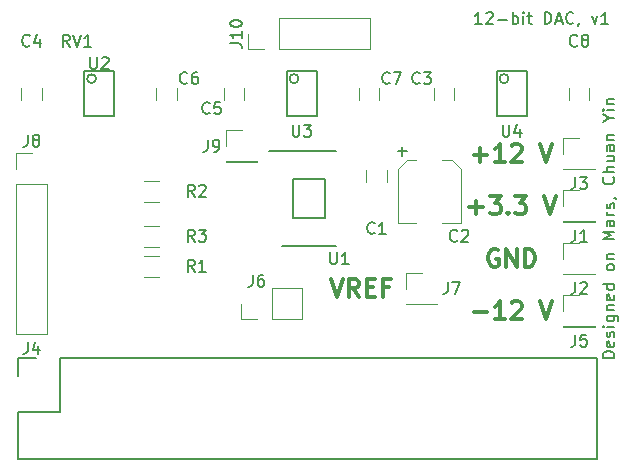
<source format=gto>
G04 #@! TF.FileFunction,Legend,Top*
%FSLAX46Y46*%
G04 Gerber Fmt 4.6, Leading zero omitted, Abs format (unit mm)*
G04 Created by KiCad (PCBNEW 4.0.7) date 08/02/18 14:57:07*
%MOMM*%
%LPD*%
G01*
G04 APERTURE LIST*
%ADD10C,0.100000*%
%ADD11C,0.200000*%
%ADD12C,0.300000*%
%ADD13C,0.120000*%
%ADD14C,0.150000*%
G04 APERTURE END LIST*
D10*
D11*
X170632381Y-106837382D02*
X169632381Y-106837382D01*
X169632381Y-106599287D01*
X169680000Y-106456429D01*
X169775238Y-106361191D01*
X169870476Y-106313572D01*
X170060952Y-106265953D01*
X170203810Y-106265953D01*
X170394286Y-106313572D01*
X170489524Y-106361191D01*
X170584762Y-106456429D01*
X170632381Y-106599287D01*
X170632381Y-106837382D01*
X170584762Y-105456429D02*
X170632381Y-105551667D01*
X170632381Y-105742144D01*
X170584762Y-105837382D01*
X170489524Y-105885001D01*
X170108571Y-105885001D01*
X170013333Y-105837382D01*
X169965714Y-105742144D01*
X169965714Y-105551667D01*
X170013333Y-105456429D01*
X170108571Y-105408810D01*
X170203810Y-105408810D01*
X170299048Y-105885001D01*
X170584762Y-105027858D02*
X170632381Y-104932620D01*
X170632381Y-104742144D01*
X170584762Y-104646905D01*
X170489524Y-104599286D01*
X170441905Y-104599286D01*
X170346667Y-104646905D01*
X170299048Y-104742144D01*
X170299048Y-104885001D01*
X170251429Y-104980239D01*
X170156190Y-105027858D01*
X170108571Y-105027858D01*
X170013333Y-104980239D01*
X169965714Y-104885001D01*
X169965714Y-104742144D01*
X170013333Y-104646905D01*
X170632381Y-104170715D02*
X169965714Y-104170715D01*
X169632381Y-104170715D02*
X169680000Y-104218334D01*
X169727619Y-104170715D01*
X169680000Y-104123096D01*
X169632381Y-104170715D01*
X169727619Y-104170715D01*
X169965714Y-103265953D02*
X170775238Y-103265953D01*
X170870476Y-103313572D01*
X170918095Y-103361191D01*
X170965714Y-103456430D01*
X170965714Y-103599287D01*
X170918095Y-103694525D01*
X170584762Y-103265953D02*
X170632381Y-103361191D01*
X170632381Y-103551668D01*
X170584762Y-103646906D01*
X170537143Y-103694525D01*
X170441905Y-103742144D01*
X170156190Y-103742144D01*
X170060952Y-103694525D01*
X170013333Y-103646906D01*
X169965714Y-103551668D01*
X169965714Y-103361191D01*
X170013333Y-103265953D01*
X169965714Y-102789763D02*
X170632381Y-102789763D01*
X170060952Y-102789763D02*
X170013333Y-102742144D01*
X169965714Y-102646906D01*
X169965714Y-102504048D01*
X170013333Y-102408810D01*
X170108571Y-102361191D01*
X170632381Y-102361191D01*
X170584762Y-101504048D02*
X170632381Y-101599286D01*
X170632381Y-101789763D01*
X170584762Y-101885001D01*
X170489524Y-101932620D01*
X170108571Y-101932620D01*
X170013333Y-101885001D01*
X169965714Y-101789763D01*
X169965714Y-101599286D01*
X170013333Y-101504048D01*
X170108571Y-101456429D01*
X170203810Y-101456429D01*
X170299048Y-101932620D01*
X170632381Y-100599286D02*
X169632381Y-100599286D01*
X170584762Y-100599286D02*
X170632381Y-100694524D01*
X170632381Y-100885001D01*
X170584762Y-100980239D01*
X170537143Y-101027858D01*
X170441905Y-101075477D01*
X170156190Y-101075477D01*
X170060952Y-101027858D01*
X170013333Y-100980239D01*
X169965714Y-100885001D01*
X169965714Y-100694524D01*
X170013333Y-100599286D01*
X170632381Y-99218334D02*
X170584762Y-99313572D01*
X170537143Y-99361191D01*
X170441905Y-99408810D01*
X170156190Y-99408810D01*
X170060952Y-99361191D01*
X170013333Y-99313572D01*
X169965714Y-99218334D01*
X169965714Y-99075476D01*
X170013333Y-98980238D01*
X170060952Y-98932619D01*
X170156190Y-98885000D01*
X170441905Y-98885000D01*
X170537143Y-98932619D01*
X170584762Y-98980238D01*
X170632381Y-99075476D01*
X170632381Y-99218334D01*
X169965714Y-98456429D02*
X170632381Y-98456429D01*
X170060952Y-98456429D02*
X170013333Y-98408810D01*
X169965714Y-98313572D01*
X169965714Y-98170714D01*
X170013333Y-98075476D01*
X170108571Y-98027857D01*
X170632381Y-98027857D01*
X170632381Y-96789762D02*
X169632381Y-96789762D01*
X170346667Y-96456428D01*
X169632381Y-96123095D01*
X170632381Y-96123095D01*
X170632381Y-95218333D02*
X170108571Y-95218333D01*
X170013333Y-95265952D01*
X169965714Y-95361190D01*
X169965714Y-95551667D01*
X170013333Y-95646905D01*
X170584762Y-95218333D02*
X170632381Y-95313571D01*
X170632381Y-95551667D01*
X170584762Y-95646905D01*
X170489524Y-95694524D01*
X170394286Y-95694524D01*
X170299048Y-95646905D01*
X170251429Y-95551667D01*
X170251429Y-95313571D01*
X170203810Y-95218333D01*
X170632381Y-94742143D02*
X169965714Y-94742143D01*
X170156190Y-94742143D02*
X170060952Y-94694524D01*
X170013333Y-94646905D01*
X169965714Y-94551667D01*
X169965714Y-94456428D01*
X170584762Y-94170714D02*
X170632381Y-94075476D01*
X170632381Y-93885000D01*
X170584762Y-93789761D01*
X170489524Y-93742142D01*
X170441905Y-93742142D01*
X170346667Y-93789761D01*
X170299048Y-93885000D01*
X170299048Y-94027857D01*
X170251429Y-94123095D01*
X170156190Y-94170714D01*
X170108571Y-94170714D01*
X170013333Y-94123095D01*
X169965714Y-94027857D01*
X169965714Y-93885000D01*
X170013333Y-93789761D01*
X170584762Y-93265952D02*
X170632381Y-93265952D01*
X170727619Y-93313571D01*
X170775238Y-93361190D01*
X170537143Y-91504047D02*
X170584762Y-91551666D01*
X170632381Y-91694523D01*
X170632381Y-91789761D01*
X170584762Y-91932619D01*
X170489524Y-92027857D01*
X170394286Y-92075476D01*
X170203810Y-92123095D01*
X170060952Y-92123095D01*
X169870476Y-92075476D01*
X169775238Y-92027857D01*
X169680000Y-91932619D01*
X169632381Y-91789761D01*
X169632381Y-91694523D01*
X169680000Y-91551666D01*
X169727619Y-91504047D01*
X170632381Y-91075476D02*
X169632381Y-91075476D01*
X170632381Y-90646904D02*
X170108571Y-90646904D01*
X170013333Y-90694523D01*
X169965714Y-90789761D01*
X169965714Y-90932619D01*
X170013333Y-91027857D01*
X170060952Y-91075476D01*
X169965714Y-89742142D02*
X170632381Y-89742142D01*
X169965714Y-90170714D02*
X170489524Y-90170714D01*
X170584762Y-90123095D01*
X170632381Y-90027857D01*
X170632381Y-89884999D01*
X170584762Y-89789761D01*
X170537143Y-89742142D01*
X170632381Y-88837380D02*
X170108571Y-88837380D01*
X170013333Y-88884999D01*
X169965714Y-88980237D01*
X169965714Y-89170714D01*
X170013333Y-89265952D01*
X170584762Y-88837380D02*
X170632381Y-88932618D01*
X170632381Y-89170714D01*
X170584762Y-89265952D01*
X170489524Y-89313571D01*
X170394286Y-89313571D01*
X170299048Y-89265952D01*
X170251429Y-89170714D01*
X170251429Y-88932618D01*
X170203810Y-88837380D01*
X169965714Y-88361190D02*
X170632381Y-88361190D01*
X170060952Y-88361190D02*
X170013333Y-88313571D01*
X169965714Y-88218333D01*
X169965714Y-88075475D01*
X170013333Y-87980237D01*
X170108571Y-87932618D01*
X170632381Y-87932618D01*
X170156190Y-86504047D02*
X170632381Y-86504047D01*
X169632381Y-86837380D02*
X170156190Y-86504047D01*
X169632381Y-86170713D01*
X170632381Y-85837380D02*
X169965714Y-85837380D01*
X169632381Y-85837380D02*
X169680000Y-85884999D01*
X169727619Y-85837380D01*
X169680000Y-85789761D01*
X169632381Y-85837380D01*
X169727619Y-85837380D01*
X169965714Y-85361190D02*
X170632381Y-85361190D01*
X170060952Y-85361190D02*
X170013333Y-85313571D01*
X169965714Y-85218333D01*
X169965714Y-85075475D01*
X170013333Y-84980237D01*
X170108571Y-84932618D01*
X170632381Y-84932618D01*
X159393572Y-78557381D02*
X158822143Y-78557381D01*
X159107857Y-78557381D02*
X159107857Y-77557381D01*
X159012619Y-77700238D01*
X158917381Y-77795476D01*
X158822143Y-77843095D01*
X159774524Y-77652619D02*
X159822143Y-77605000D01*
X159917381Y-77557381D01*
X160155477Y-77557381D01*
X160250715Y-77605000D01*
X160298334Y-77652619D01*
X160345953Y-77747857D01*
X160345953Y-77843095D01*
X160298334Y-77985952D01*
X159726905Y-78557381D01*
X160345953Y-78557381D01*
X160774524Y-78176429D02*
X161536429Y-78176429D01*
X162012619Y-78557381D02*
X162012619Y-77557381D01*
X162012619Y-77938333D02*
X162107857Y-77890714D01*
X162298334Y-77890714D01*
X162393572Y-77938333D01*
X162441191Y-77985952D01*
X162488810Y-78081190D01*
X162488810Y-78366905D01*
X162441191Y-78462143D01*
X162393572Y-78509762D01*
X162298334Y-78557381D01*
X162107857Y-78557381D01*
X162012619Y-78509762D01*
X162917381Y-78557381D02*
X162917381Y-77890714D01*
X162917381Y-77557381D02*
X162869762Y-77605000D01*
X162917381Y-77652619D01*
X162965000Y-77605000D01*
X162917381Y-77557381D01*
X162917381Y-77652619D01*
X163250714Y-77890714D02*
X163631666Y-77890714D01*
X163393571Y-77557381D02*
X163393571Y-78414524D01*
X163441190Y-78509762D01*
X163536428Y-78557381D01*
X163631666Y-78557381D01*
X164726905Y-78557381D02*
X164726905Y-77557381D01*
X164965000Y-77557381D01*
X165107858Y-77605000D01*
X165203096Y-77700238D01*
X165250715Y-77795476D01*
X165298334Y-77985952D01*
X165298334Y-78128810D01*
X165250715Y-78319286D01*
X165203096Y-78414524D01*
X165107858Y-78509762D01*
X164965000Y-78557381D01*
X164726905Y-78557381D01*
X165679286Y-78271667D02*
X166155477Y-78271667D01*
X165584048Y-78557381D02*
X165917381Y-77557381D01*
X166250715Y-78557381D01*
X167155477Y-78462143D02*
X167107858Y-78509762D01*
X166965001Y-78557381D01*
X166869763Y-78557381D01*
X166726905Y-78509762D01*
X166631667Y-78414524D01*
X166584048Y-78319286D01*
X166536429Y-78128810D01*
X166536429Y-77985952D01*
X166584048Y-77795476D01*
X166631667Y-77700238D01*
X166726905Y-77605000D01*
X166869763Y-77557381D01*
X166965001Y-77557381D01*
X167107858Y-77605000D01*
X167155477Y-77652619D01*
X167631667Y-78509762D02*
X167631667Y-78557381D01*
X167584048Y-78652619D01*
X167536429Y-78700238D01*
X168726905Y-77890714D02*
X168965000Y-78557381D01*
X169203096Y-77890714D01*
X170107858Y-78557381D02*
X169536429Y-78557381D01*
X169822143Y-78557381D02*
X169822143Y-77557381D01*
X169726905Y-77700238D01*
X169631667Y-77795476D01*
X169536429Y-77843095D01*
X143410000Y-94970000D02*
X146160000Y-94970000D01*
X143410000Y-91720000D02*
X143410000Y-94970000D01*
X143410000Y-91720000D02*
X146160000Y-91720000D01*
X146160000Y-91720000D02*
X146160000Y-94970000D01*
D12*
X146653572Y-100143571D02*
X147153572Y-101643571D01*
X147653572Y-100143571D01*
X149010715Y-101643571D02*
X148510715Y-100929286D01*
X148153572Y-101643571D02*
X148153572Y-100143571D01*
X148725000Y-100143571D01*
X148867858Y-100215000D01*
X148939286Y-100286429D01*
X149010715Y-100429286D01*
X149010715Y-100643571D01*
X148939286Y-100786429D01*
X148867858Y-100857857D01*
X148725000Y-100929286D01*
X148153572Y-100929286D01*
X149653572Y-100857857D02*
X150153572Y-100857857D01*
X150367858Y-101643571D02*
X149653572Y-101643571D01*
X149653572Y-100143571D01*
X150367858Y-100143571D01*
X151510715Y-100857857D02*
X151010715Y-100857857D01*
X151010715Y-101643571D02*
X151010715Y-100143571D01*
X151725001Y-100143571D01*
X158710715Y-89642143D02*
X159853572Y-89642143D01*
X159282143Y-90213571D02*
X159282143Y-89070714D01*
X161353572Y-90213571D02*
X160496429Y-90213571D01*
X160925001Y-90213571D02*
X160925001Y-88713571D01*
X160782144Y-88927857D01*
X160639286Y-89070714D01*
X160496429Y-89142143D01*
X161925000Y-88856429D02*
X161996429Y-88785000D01*
X162139286Y-88713571D01*
X162496429Y-88713571D01*
X162639286Y-88785000D01*
X162710715Y-88856429D01*
X162782143Y-88999286D01*
X162782143Y-89142143D01*
X162710715Y-89356429D01*
X161853572Y-90213571D01*
X162782143Y-90213571D01*
X164353571Y-88713571D02*
X164853571Y-90213571D01*
X165353571Y-88713571D01*
X158353572Y-94087143D02*
X159496429Y-94087143D01*
X158925000Y-94658571D02*
X158925000Y-93515714D01*
X160067858Y-93158571D02*
X160996429Y-93158571D01*
X160496429Y-93730000D01*
X160710715Y-93730000D01*
X160853572Y-93801429D01*
X160925001Y-93872857D01*
X160996429Y-94015714D01*
X160996429Y-94372857D01*
X160925001Y-94515714D01*
X160853572Y-94587143D01*
X160710715Y-94658571D01*
X160282143Y-94658571D01*
X160139286Y-94587143D01*
X160067858Y-94515714D01*
X161639286Y-94515714D02*
X161710714Y-94587143D01*
X161639286Y-94658571D01*
X161567857Y-94587143D01*
X161639286Y-94515714D01*
X161639286Y-94658571D01*
X162210715Y-93158571D02*
X163139286Y-93158571D01*
X162639286Y-93730000D01*
X162853572Y-93730000D01*
X162996429Y-93801429D01*
X163067858Y-93872857D01*
X163139286Y-94015714D01*
X163139286Y-94372857D01*
X163067858Y-94515714D01*
X162996429Y-94587143D01*
X162853572Y-94658571D01*
X162425000Y-94658571D01*
X162282143Y-94587143D01*
X162210715Y-94515714D01*
X164710714Y-93158571D02*
X165210714Y-94658571D01*
X165710714Y-93158571D01*
X160782143Y-97675000D02*
X160639286Y-97603571D01*
X160425000Y-97603571D01*
X160210715Y-97675000D01*
X160067857Y-97817857D01*
X159996429Y-97960714D01*
X159925000Y-98246429D01*
X159925000Y-98460714D01*
X159996429Y-98746429D01*
X160067857Y-98889286D01*
X160210715Y-99032143D01*
X160425000Y-99103571D01*
X160567857Y-99103571D01*
X160782143Y-99032143D01*
X160853572Y-98960714D01*
X160853572Y-98460714D01*
X160567857Y-98460714D01*
X161496429Y-99103571D02*
X161496429Y-97603571D01*
X162353572Y-99103571D01*
X162353572Y-97603571D01*
X163067858Y-99103571D02*
X163067858Y-97603571D01*
X163425001Y-97603571D01*
X163639286Y-97675000D01*
X163782144Y-97817857D01*
X163853572Y-97960714D01*
X163925001Y-98246429D01*
X163925001Y-98460714D01*
X163853572Y-98746429D01*
X163782144Y-98889286D01*
X163639286Y-99032143D01*
X163425001Y-99103571D01*
X163067858Y-99103571D01*
X158710715Y-102977143D02*
X159853572Y-102977143D01*
X161353572Y-103548571D02*
X160496429Y-103548571D01*
X160925001Y-103548571D02*
X160925001Y-102048571D01*
X160782144Y-102262857D01*
X160639286Y-102405714D01*
X160496429Y-102477143D01*
X161925000Y-102191429D02*
X161996429Y-102120000D01*
X162139286Y-102048571D01*
X162496429Y-102048571D01*
X162639286Y-102120000D01*
X162710715Y-102191429D01*
X162782143Y-102334286D01*
X162782143Y-102477143D01*
X162710715Y-102691429D01*
X161853572Y-103548571D01*
X162782143Y-103548571D01*
X164353571Y-102048571D02*
X164853571Y-103548571D01*
X165353571Y-102048571D01*
D13*
X151345000Y-91940000D02*
X151345000Y-90940000D01*
X149645000Y-90940000D02*
X149645000Y-91940000D01*
X157630000Y-95380000D02*
X156080000Y-95380000D01*
X152300000Y-95380000D02*
X153850000Y-95380000D01*
X153060000Y-90040000D02*
X153850000Y-90040000D01*
X156870000Y-90040000D02*
X156080000Y-90040000D01*
X157630000Y-95380000D02*
X157630000Y-90800000D01*
X157630000Y-90800000D02*
X156870000Y-90040000D01*
X153060000Y-90040000D02*
X152300000Y-90800000D01*
X152300000Y-90800000D02*
X152300000Y-95380000D01*
X157060000Y-84955000D02*
X157060000Y-83955000D01*
X155360000Y-83955000D02*
X155360000Y-84955000D01*
X137580000Y-83955000D02*
X137580000Y-84955000D01*
X139280000Y-84955000D02*
X139280000Y-83955000D01*
X133565000Y-84955000D02*
X133565000Y-83955000D01*
X131865000Y-83955000D02*
X131865000Y-84955000D01*
X166310000Y-95310000D02*
X168970000Y-95310000D01*
X166310000Y-95250000D02*
X166310000Y-95310000D01*
X168970000Y-95250000D02*
X168970000Y-95310000D01*
X166310000Y-95250000D02*
X168970000Y-95250000D01*
X166310000Y-93980000D02*
X166310000Y-92650000D01*
X166310000Y-92650000D02*
X167640000Y-92650000D01*
X166310000Y-99755000D02*
X168970000Y-99755000D01*
X166310000Y-99695000D02*
X166310000Y-99755000D01*
X168970000Y-99695000D02*
X168970000Y-99755000D01*
X166310000Y-99695000D02*
X168970000Y-99695000D01*
X166310000Y-98425000D02*
X166310000Y-97095000D01*
X166310000Y-97095000D02*
X167640000Y-97095000D01*
X166310000Y-90865000D02*
X168970000Y-90865000D01*
X166310000Y-90805000D02*
X166310000Y-90865000D01*
X168970000Y-90805000D02*
X168970000Y-90865000D01*
X166310000Y-90805000D02*
X168970000Y-90805000D01*
X166310000Y-89535000D02*
X166310000Y-88205000D01*
X166310000Y-88205000D02*
X167640000Y-88205000D01*
X166310000Y-104200000D02*
X168970000Y-104200000D01*
X166310000Y-104140000D02*
X166310000Y-104200000D01*
X168970000Y-104140000D02*
X168970000Y-104200000D01*
X166310000Y-104140000D02*
X168970000Y-104140000D01*
X166310000Y-102870000D02*
X166310000Y-101540000D01*
X166310000Y-101540000D02*
X167640000Y-101540000D01*
X144205000Y-103565000D02*
X144205000Y-100905000D01*
X141605000Y-103565000D02*
X144205000Y-103565000D01*
X141605000Y-100905000D02*
X144205000Y-100905000D01*
X141605000Y-103565000D02*
X141605000Y-100905000D01*
X140335000Y-103565000D02*
X139005000Y-103565000D01*
X139005000Y-103565000D02*
X139005000Y-102235000D01*
X152975000Y-102295000D02*
X155635000Y-102295000D01*
X152975000Y-102235000D02*
X152975000Y-102295000D01*
X155635000Y-102235000D02*
X155635000Y-102295000D01*
X152975000Y-102235000D02*
X155635000Y-102235000D01*
X152975000Y-100965000D02*
X152975000Y-99635000D01*
X152975000Y-99635000D02*
X154305000Y-99635000D01*
X137735000Y-90230000D02*
X140395000Y-90230000D01*
X137735000Y-90170000D02*
X137735000Y-90230000D01*
X140395000Y-90170000D02*
X140395000Y-90230000D01*
X137735000Y-90170000D02*
X140395000Y-90170000D01*
X137735000Y-88900000D02*
X137735000Y-87570000D01*
X137735000Y-87570000D02*
X139065000Y-87570000D01*
X149920000Y-80705000D02*
X149920000Y-78045000D01*
X142240000Y-80705000D02*
X149920000Y-80705000D01*
X142240000Y-78045000D02*
X149920000Y-78045000D01*
X142240000Y-80705000D02*
X142240000Y-78045000D01*
X140970000Y-80705000D02*
X139640000Y-80705000D01*
X139640000Y-80705000D02*
X139640000Y-79375000D01*
X132045000Y-99940000D02*
X130845000Y-99940000D01*
X130845000Y-98180000D02*
X132045000Y-98180000D01*
X130845000Y-91830000D02*
X132045000Y-91830000D01*
X132045000Y-93590000D02*
X130845000Y-93590000D01*
X130845000Y-95640000D02*
X132045000Y-95640000D01*
X132045000Y-97400000D02*
X130845000Y-97400000D01*
D14*
X147105000Y-89320000D02*
X147105000Y-89345000D01*
X147105000Y-97370000D02*
X147105000Y-97345000D01*
X142455000Y-97370000D02*
X142455000Y-97345000D01*
X141380000Y-89270000D02*
X147105000Y-89270000D01*
X142455000Y-97370000D02*
X147105000Y-97370000D01*
X126746000Y-83185000D02*
G75*
G03X126746000Y-83185000I-381000J0D01*
G01*
X126365000Y-82550000D02*
X125730000Y-82550000D01*
X125730000Y-82550000D02*
X125730000Y-83185000D01*
X126365000Y-82550000D02*
X128270000Y-82550000D01*
X128270000Y-82550000D02*
X128270000Y-86360000D01*
X128270000Y-86360000D02*
X125730000Y-86360000D01*
X125730000Y-86360000D02*
X125730000Y-83185000D01*
X143891000Y-83185000D02*
G75*
G03X143891000Y-83185000I-381000J0D01*
G01*
X143510000Y-82550000D02*
X142875000Y-82550000D01*
X142875000Y-82550000D02*
X142875000Y-83185000D01*
X143510000Y-82550000D02*
X145415000Y-82550000D01*
X145415000Y-82550000D02*
X145415000Y-86360000D01*
X145415000Y-86360000D02*
X142875000Y-86360000D01*
X142875000Y-86360000D02*
X142875000Y-83185000D01*
X161671000Y-83185000D02*
G75*
G03X161671000Y-83185000I-381000J0D01*
G01*
X161290000Y-82550000D02*
X160655000Y-82550000D01*
X160655000Y-82550000D02*
X160655000Y-83185000D01*
X161290000Y-82550000D02*
X163195000Y-82550000D01*
X163195000Y-82550000D02*
X163195000Y-86360000D01*
X163195000Y-86360000D02*
X160655000Y-86360000D01*
X160655000Y-86360000D02*
X160655000Y-83185000D01*
D13*
X119955000Y-104835000D02*
X122615000Y-104835000D01*
X119955000Y-92075000D02*
X119955000Y-104835000D01*
X122615000Y-92075000D02*
X122615000Y-104835000D01*
X119955000Y-92075000D02*
X122615000Y-92075000D01*
X119955000Y-90805000D02*
X119955000Y-89475000D01*
X119955000Y-89475000D02*
X121285000Y-89475000D01*
X120435000Y-83955000D02*
X120435000Y-84955000D01*
X122135000Y-84955000D02*
X122135000Y-83955000D01*
X150710000Y-84955000D02*
X150710000Y-83955000D01*
X149010000Y-83955000D02*
X149010000Y-84955000D01*
X166790000Y-83955000D02*
X166790000Y-84955000D01*
X168490000Y-84955000D02*
X168490000Y-83955000D01*
D14*
X120180000Y-108375000D02*
X120180000Y-106875000D01*
X120180000Y-106875000D02*
X121680000Y-106875000D01*
X123680000Y-111375000D02*
X123680000Y-106875000D01*
X123680000Y-106875000D02*
X169180000Y-106875000D01*
X169180000Y-106875000D02*
X169180000Y-115375000D01*
X169180000Y-115375000D02*
X120180000Y-115375000D01*
X120180000Y-115375000D02*
X120180000Y-111375000D01*
X120180000Y-111375000D02*
X123680000Y-111375000D01*
X150328334Y-96242143D02*
X150280715Y-96289762D01*
X150137858Y-96337381D01*
X150042620Y-96337381D01*
X149899762Y-96289762D01*
X149804524Y-96194524D01*
X149756905Y-96099286D01*
X149709286Y-95908810D01*
X149709286Y-95765952D01*
X149756905Y-95575476D01*
X149804524Y-95480238D01*
X149899762Y-95385000D01*
X150042620Y-95337381D01*
X150137858Y-95337381D01*
X150280715Y-95385000D01*
X150328334Y-95432619D01*
X151280715Y-96337381D02*
X150709286Y-96337381D01*
X150995000Y-96337381D02*
X150995000Y-95337381D01*
X150899762Y-95480238D01*
X150804524Y-95575476D01*
X150709286Y-95623095D01*
X157313334Y-96877143D02*
X157265715Y-96924762D01*
X157122858Y-96972381D01*
X157027620Y-96972381D01*
X156884762Y-96924762D01*
X156789524Y-96829524D01*
X156741905Y-96734286D01*
X156694286Y-96543810D01*
X156694286Y-96400952D01*
X156741905Y-96210476D01*
X156789524Y-96115238D01*
X156884762Y-96020000D01*
X157027620Y-95972381D01*
X157122858Y-95972381D01*
X157265715Y-96020000D01*
X157313334Y-96067619D01*
X157694286Y-96067619D02*
X157741905Y-96020000D01*
X157837143Y-95972381D01*
X158075239Y-95972381D01*
X158170477Y-96020000D01*
X158218096Y-96067619D01*
X158265715Y-96162857D01*
X158265715Y-96258095D01*
X158218096Y-96400952D01*
X157646667Y-96972381D01*
X158265715Y-96972381D01*
X152671429Y-89710952D02*
X152671429Y-88949047D01*
X153052381Y-89329999D02*
X152290476Y-89329999D01*
X154138334Y-83542143D02*
X154090715Y-83589762D01*
X153947858Y-83637381D01*
X153852620Y-83637381D01*
X153709762Y-83589762D01*
X153614524Y-83494524D01*
X153566905Y-83399286D01*
X153519286Y-83208810D01*
X153519286Y-83065952D01*
X153566905Y-82875476D01*
X153614524Y-82780238D01*
X153709762Y-82685000D01*
X153852620Y-82637381D01*
X153947858Y-82637381D01*
X154090715Y-82685000D01*
X154138334Y-82732619D01*
X154471667Y-82637381D02*
X155090715Y-82637381D01*
X154757381Y-83018333D01*
X154900239Y-83018333D01*
X154995477Y-83065952D01*
X155043096Y-83113571D01*
X155090715Y-83208810D01*
X155090715Y-83446905D01*
X155043096Y-83542143D01*
X154995477Y-83589762D01*
X154900239Y-83637381D01*
X154614524Y-83637381D01*
X154519286Y-83589762D01*
X154471667Y-83542143D01*
X136358334Y-86082143D02*
X136310715Y-86129762D01*
X136167858Y-86177381D01*
X136072620Y-86177381D01*
X135929762Y-86129762D01*
X135834524Y-86034524D01*
X135786905Y-85939286D01*
X135739286Y-85748810D01*
X135739286Y-85605952D01*
X135786905Y-85415476D01*
X135834524Y-85320238D01*
X135929762Y-85225000D01*
X136072620Y-85177381D01*
X136167858Y-85177381D01*
X136310715Y-85225000D01*
X136358334Y-85272619D01*
X137263096Y-85177381D02*
X136786905Y-85177381D01*
X136739286Y-85653571D01*
X136786905Y-85605952D01*
X136882143Y-85558333D01*
X137120239Y-85558333D01*
X137215477Y-85605952D01*
X137263096Y-85653571D01*
X137310715Y-85748810D01*
X137310715Y-85986905D01*
X137263096Y-86082143D01*
X137215477Y-86129762D01*
X137120239Y-86177381D01*
X136882143Y-86177381D01*
X136786905Y-86129762D01*
X136739286Y-86082143D01*
X134453334Y-83542143D02*
X134405715Y-83589762D01*
X134262858Y-83637381D01*
X134167620Y-83637381D01*
X134024762Y-83589762D01*
X133929524Y-83494524D01*
X133881905Y-83399286D01*
X133834286Y-83208810D01*
X133834286Y-83065952D01*
X133881905Y-82875476D01*
X133929524Y-82780238D01*
X134024762Y-82685000D01*
X134167620Y-82637381D01*
X134262858Y-82637381D01*
X134405715Y-82685000D01*
X134453334Y-82732619D01*
X135310477Y-82637381D02*
X135120000Y-82637381D01*
X135024762Y-82685000D01*
X134977143Y-82732619D01*
X134881905Y-82875476D01*
X134834286Y-83065952D01*
X134834286Y-83446905D01*
X134881905Y-83542143D01*
X134929524Y-83589762D01*
X135024762Y-83637381D01*
X135215239Y-83637381D01*
X135310477Y-83589762D01*
X135358096Y-83542143D01*
X135405715Y-83446905D01*
X135405715Y-83208810D01*
X135358096Y-83113571D01*
X135310477Y-83065952D01*
X135215239Y-83018333D01*
X135024762Y-83018333D01*
X134929524Y-83065952D01*
X134881905Y-83113571D01*
X134834286Y-83208810D01*
X167306667Y-95972381D02*
X167306667Y-96686667D01*
X167259047Y-96829524D01*
X167163809Y-96924762D01*
X167020952Y-96972381D01*
X166925714Y-96972381D01*
X168306667Y-96972381D02*
X167735238Y-96972381D01*
X168020952Y-96972381D02*
X168020952Y-95972381D01*
X167925714Y-96115238D01*
X167830476Y-96210476D01*
X167735238Y-96258095D01*
X167306667Y-100417381D02*
X167306667Y-101131667D01*
X167259047Y-101274524D01*
X167163809Y-101369762D01*
X167020952Y-101417381D01*
X166925714Y-101417381D01*
X167735238Y-100512619D02*
X167782857Y-100465000D01*
X167878095Y-100417381D01*
X168116191Y-100417381D01*
X168211429Y-100465000D01*
X168259048Y-100512619D01*
X168306667Y-100607857D01*
X168306667Y-100703095D01*
X168259048Y-100845952D01*
X167687619Y-101417381D01*
X168306667Y-101417381D01*
X167306667Y-91527381D02*
X167306667Y-92241667D01*
X167259047Y-92384524D01*
X167163809Y-92479762D01*
X167020952Y-92527381D01*
X166925714Y-92527381D01*
X167687619Y-91527381D02*
X168306667Y-91527381D01*
X167973333Y-91908333D01*
X168116191Y-91908333D01*
X168211429Y-91955952D01*
X168259048Y-92003571D01*
X168306667Y-92098810D01*
X168306667Y-92336905D01*
X168259048Y-92432143D01*
X168211429Y-92479762D01*
X168116191Y-92527381D01*
X167830476Y-92527381D01*
X167735238Y-92479762D01*
X167687619Y-92432143D01*
X167306667Y-104862381D02*
X167306667Y-105576667D01*
X167259047Y-105719524D01*
X167163809Y-105814762D01*
X167020952Y-105862381D01*
X166925714Y-105862381D01*
X168259048Y-104862381D02*
X167782857Y-104862381D01*
X167735238Y-105338571D01*
X167782857Y-105290952D01*
X167878095Y-105243333D01*
X168116191Y-105243333D01*
X168211429Y-105290952D01*
X168259048Y-105338571D01*
X168306667Y-105433810D01*
X168306667Y-105671905D01*
X168259048Y-105767143D01*
X168211429Y-105814762D01*
X168116191Y-105862381D01*
X167878095Y-105862381D01*
X167782857Y-105814762D01*
X167735238Y-105767143D01*
X140001667Y-99782381D02*
X140001667Y-100496667D01*
X139954047Y-100639524D01*
X139858809Y-100734762D01*
X139715952Y-100782381D01*
X139620714Y-100782381D01*
X140906429Y-99782381D02*
X140715952Y-99782381D01*
X140620714Y-99830000D01*
X140573095Y-99877619D01*
X140477857Y-100020476D01*
X140430238Y-100210952D01*
X140430238Y-100591905D01*
X140477857Y-100687143D01*
X140525476Y-100734762D01*
X140620714Y-100782381D01*
X140811191Y-100782381D01*
X140906429Y-100734762D01*
X140954048Y-100687143D01*
X141001667Y-100591905D01*
X141001667Y-100353810D01*
X140954048Y-100258571D01*
X140906429Y-100210952D01*
X140811191Y-100163333D01*
X140620714Y-100163333D01*
X140525476Y-100210952D01*
X140477857Y-100258571D01*
X140430238Y-100353810D01*
X156511667Y-100417381D02*
X156511667Y-101131667D01*
X156464047Y-101274524D01*
X156368809Y-101369762D01*
X156225952Y-101417381D01*
X156130714Y-101417381D01*
X156892619Y-100417381D02*
X157559286Y-100417381D01*
X157130714Y-101417381D01*
X136191667Y-88352381D02*
X136191667Y-89066667D01*
X136144047Y-89209524D01*
X136048809Y-89304762D01*
X135905952Y-89352381D01*
X135810714Y-89352381D01*
X136715476Y-89352381D02*
X136905952Y-89352381D01*
X137001191Y-89304762D01*
X137048810Y-89257143D01*
X137144048Y-89114286D01*
X137191667Y-88923810D01*
X137191667Y-88542857D01*
X137144048Y-88447619D01*
X137096429Y-88400000D01*
X137001191Y-88352381D01*
X136810714Y-88352381D01*
X136715476Y-88400000D01*
X136667857Y-88447619D01*
X136620238Y-88542857D01*
X136620238Y-88780952D01*
X136667857Y-88876190D01*
X136715476Y-88923810D01*
X136810714Y-88971429D01*
X137001191Y-88971429D01*
X137096429Y-88923810D01*
X137144048Y-88876190D01*
X137191667Y-88780952D01*
X138092381Y-80184523D02*
X138806667Y-80184523D01*
X138949524Y-80232143D01*
X139044762Y-80327381D01*
X139092381Y-80470238D01*
X139092381Y-80565476D01*
X139092381Y-79184523D02*
X139092381Y-79755952D01*
X139092381Y-79470238D02*
X138092381Y-79470238D01*
X138235238Y-79565476D01*
X138330476Y-79660714D01*
X138378095Y-79755952D01*
X138092381Y-78565476D02*
X138092381Y-78470237D01*
X138140000Y-78374999D01*
X138187619Y-78327380D01*
X138282857Y-78279761D01*
X138473333Y-78232142D01*
X138711429Y-78232142D01*
X138901905Y-78279761D01*
X138997143Y-78327380D01*
X139044762Y-78374999D01*
X139092381Y-78470237D01*
X139092381Y-78565476D01*
X139044762Y-78660714D01*
X138997143Y-78708333D01*
X138901905Y-78755952D01*
X138711429Y-78803571D01*
X138473333Y-78803571D01*
X138282857Y-78755952D01*
X138187619Y-78708333D01*
X138140000Y-78660714D01*
X138092381Y-78565476D01*
X135088334Y-99512381D02*
X134755000Y-99036190D01*
X134516905Y-99512381D02*
X134516905Y-98512381D01*
X134897858Y-98512381D01*
X134993096Y-98560000D01*
X135040715Y-98607619D01*
X135088334Y-98702857D01*
X135088334Y-98845714D01*
X135040715Y-98940952D01*
X134993096Y-98988571D01*
X134897858Y-99036190D01*
X134516905Y-99036190D01*
X136040715Y-99512381D02*
X135469286Y-99512381D01*
X135755000Y-99512381D02*
X135755000Y-98512381D01*
X135659762Y-98655238D01*
X135564524Y-98750476D01*
X135469286Y-98798095D01*
X135088334Y-93162381D02*
X134755000Y-92686190D01*
X134516905Y-93162381D02*
X134516905Y-92162381D01*
X134897858Y-92162381D01*
X134993096Y-92210000D01*
X135040715Y-92257619D01*
X135088334Y-92352857D01*
X135088334Y-92495714D01*
X135040715Y-92590952D01*
X134993096Y-92638571D01*
X134897858Y-92686190D01*
X134516905Y-92686190D01*
X135469286Y-92257619D02*
X135516905Y-92210000D01*
X135612143Y-92162381D01*
X135850239Y-92162381D01*
X135945477Y-92210000D01*
X135993096Y-92257619D01*
X136040715Y-92352857D01*
X136040715Y-92448095D01*
X135993096Y-92590952D01*
X135421667Y-93162381D01*
X136040715Y-93162381D01*
X135088334Y-96972381D02*
X134755000Y-96496190D01*
X134516905Y-96972381D02*
X134516905Y-95972381D01*
X134897858Y-95972381D01*
X134993096Y-96020000D01*
X135040715Y-96067619D01*
X135088334Y-96162857D01*
X135088334Y-96305714D01*
X135040715Y-96400952D01*
X134993096Y-96448571D01*
X134897858Y-96496190D01*
X134516905Y-96496190D01*
X135421667Y-95972381D02*
X136040715Y-95972381D01*
X135707381Y-96353333D01*
X135850239Y-96353333D01*
X135945477Y-96400952D01*
X135993096Y-96448571D01*
X136040715Y-96543810D01*
X136040715Y-96781905D01*
X135993096Y-96877143D01*
X135945477Y-96924762D01*
X135850239Y-96972381D01*
X135564524Y-96972381D01*
X135469286Y-96924762D01*
X135421667Y-96877143D01*
X124499762Y-80462381D02*
X124166428Y-79986190D01*
X123928333Y-80462381D02*
X123928333Y-79462381D01*
X124309286Y-79462381D01*
X124404524Y-79510000D01*
X124452143Y-79557619D01*
X124499762Y-79652857D01*
X124499762Y-79795714D01*
X124452143Y-79890952D01*
X124404524Y-79938571D01*
X124309286Y-79986190D01*
X123928333Y-79986190D01*
X124785476Y-79462381D02*
X125118809Y-80462381D01*
X125452143Y-79462381D01*
X126309286Y-80462381D02*
X125737857Y-80462381D01*
X126023571Y-80462381D02*
X126023571Y-79462381D01*
X125928333Y-79605238D01*
X125833095Y-79700476D01*
X125737857Y-79748095D01*
X146558095Y-97877381D02*
X146558095Y-98686905D01*
X146605714Y-98782143D01*
X146653333Y-98829762D01*
X146748571Y-98877381D01*
X146939048Y-98877381D01*
X147034286Y-98829762D01*
X147081905Y-98782143D01*
X147129524Y-98686905D01*
X147129524Y-97877381D01*
X148129524Y-98877381D02*
X147558095Y-98877381D01*
X147843809Y-98877381D02*
X147843809Y-97877381D01*
X147748571Y-98020238D01*
X147653333Y-98115476D01*
X147558095Y-98163095D01*
X126238095Y-81367381D02*
X126238095Y-82176905D01*
X126285714Y-82272143D01*
X126333333Y-82319762D01*
X126428571Y-82367381D01*
X126619048Y-82367381D01*
X126714286Y-82319762D01*
X126761905Y-82272143D01*
X126809524Y-82176905D01*
X126809524Y-81367381D01*
X127238095Y-81462619D02*
X127285714Y-81415000D01*
X127380952Y-81367381D01*
X127619048Y-81367381D01*
X127714286Y-81415000D01*
X127761905Y-81462619D01*
X127809524Y-81557857D01*
X127809524Y-81653095D01*
X127761905Y-81795952D01*
X127190476Y-82367381D01*
X127809524Y-82367381D01*
X143383095Y-87082381D02*
X143383095Y-87891905D01*
X143430714Y-87987143D01*
X143478333Y-88034762D01*
X143573571Y-88082381D01*
X143764048Y-88082381D01*
X143859286Y-88034762D01*
X143906905Y-87987143D01*
X143954524Y-87891905D01*
X143954524Y-87082381D01*
X144335476Y-87082381D02*
X144954524Y-87082381D01*
X144621190Y-87463333D01*
X144764048Y-87463333D01*
X144859286Y-87510952D01*
X144906905Y-87558571D01*
X144954524Y-87653810D01*
X144954524Y-87891905D01*
X144906905Y-87987143D01*
X144859286Y-88034762D01*
X144764048Y-88082381D01*
X144478333Y-88082381D01*
X144383095Y-88034762D01*
X144335476Y-87987143D01*
X161163095Y-87082381D02*
X161163095Y-87891905D01*
X161210714Y-87987143D01*
X161258333Y-88034762D01*
X161353571Y-88082381D01*
X161544048Y-88082381D01*
X161639286Y-88034762D01*
X161686905Y-87987143D01*
X161734524Y-87891905D01*
X161734524Y-87082381D01*
X162639286Y-87415714D02*
X162639286Y-88082381D01*
X162401190Y-87034762D02*
X162163095Y-87749048D01*
X162782143Y-87749048D01*
X120951667Y-87927381D02*
X120951667Y-88641667D01*
X120904047Y-88784524D01*
X120808809Y-88879762D01*
X120665952Y-88927381D01*
X120570714Y-88927381D01*
X121570714Y-88355952D02*
X121475476Y-88308333D01*
X121427857Y-88260714D01*
X121380238Y-88165476D01*
X121380238Y-88117857D01*
X121427857Y-88022619D01*
X121475476Y-87975000D01*
X121570714Y-87927381D01*
X121761191Y-87927381D01*
X121856429Y-87975000D01*
X121904048Y-88022619D01*
X121951667Y-88117857D01*
X121951667Y-88165476D01*
X121904048Y-88260714D01*
X121856429Y-88308333D01*
X121761191Y-88355952D01*
X121570714Y-88355952D01*
X121475476Y-88403571D01*
X121427857Y-88451190D01*
X121380238Y-88546429D01*
X121380238Y-88736905D01*
X121427857Y-88832143D01*
X121475476Y-88879762D01*
X121570714Y-88927381D01*
X121761191Y-88927381D01*
X121856429Y-88879762D01*
X121904048Y-88832143D01*
X121951667Y-88736905D01*
X121951667Y-88546429D01*
X121904048Y-88451190D01*
X121856429Y-88403571D01*
X121761191Y-88355952D01*
X121118334Y-80367143D02*
X121070715Y-80414762D01*
X120927858Y-80462381D01*
X120832620Y-80462381D01*
X120689762Y-80414762D01*
X120594524Y-80319524D01*
X120546905Y-80224286D01*
X120499286Y-80033810D01*
X120499286Y-79890952D01*
X120546905Y-79700476D01*
X120594524Y-79605238D01*
X120689762Y-79510000D01*
X120832620Y-79462381D01*
X120927858Y-79462381D01*
X121070715Y-79510000D01*
X121118334Y-79557619D01*
X121975477Y-79795714D02*
X121975477Y-80462381D01*
X121737381Y-79414762D02*
X121499286Y-80129048D01*
X122118334Y-80129048D01*
X151598334Y-83542143D02*
X151550715Y-83589762D01*
X151407858Y-83637381D01*
X151312620Y-83637381D01*
X151169762Y-83589762D01*
X151074524Y-83494524D01*
X151026905Y-83399286D01*
X150979286Y-83208810D01*
X150979286Y-83065952D01*
X151026905Y-82875476D01*
X151074524Y-82780238D01*
X151169762Y-82685000D01*
X151312620Y-82637381D01*
X151407858Y-82637381D01*
X151550715Y-82685000D01*
X151598334Y-82732619D01*
X151931667Y-82637381D02*
X152598334Y-82637381D01*
X152169762Y-83637381D01*
X167473334Y-80367143D02*
X167425715Y-80414762D01*
X167282858Y-80462381D01*
X167187620Y-80462381D01*
X167044762Y-80414762D01*
X166949524Y-80319524D01*
X166901905Y-80224286D01*
X166854286Y-80033810D01*
X166854286Y-79890952D01*
X166901905Y-79700476D01*
X166949524Y-79605238D01*
X167044762Y-79510000D01*
X167187620Y-79462381D01*
X167282858Y-79462381D01*
X167425715Y-79510000D01*
X167473334Y-79557619D01*
X168044762Y-79890952D02*
X167949524Y-79843333D01*
X167901905Y-79795714D01*
X167854286Y-79700476D01*
X167854286Y-79652857D01*
X167901905Y-79557619D01*
X167949524Y-79510000D01*
X168044762Y-79462381D01*
X168235239Y-79462381D01*
X168330477Y-79510000D01*
X168378096Y-79557619D01*
X168425715Y-79652857D01*
X168425715Y-79700476D01*
X168378096Y-79795714D01*
X168330477Y-79843333D01*
X168235239Y-79890952D01*
X168044762Y-79890952D01*
X167949524Y-79938571D01*
X167901905Y-79986190D01*
X167854286Y-80081429D01*
X167854286Y-80271905D01*
X167901905Y-80367143D01*
X167949524Y-80414762D01*
X168044762Y-80462381D01*
X168235239Y-80462381D01*
X168330477Y-80414762D01*
X168378096Y-80367143D01*
X168425715Y-80271905D01*
X168425715Y-80081429D01*
X168378096Y-79986190D01*
X168330477Y-79938571D01*
X168235239Y-79890952D01*
X120951667Y-105497381D02*
X120951667Y-106211667D01*
X120904047Y-106354524D01*
X120808809Y-106449762D01*
X120665952Y-106497381D01*
X120570714Y-106497381D01*
X121856429Y-105830714D02*
X121856429Y-106497381D01*
X121618333Y-105449762D02*
X121380238Y-106164048D01*
X121999286Y-106164048D01*
M02*

</source>
